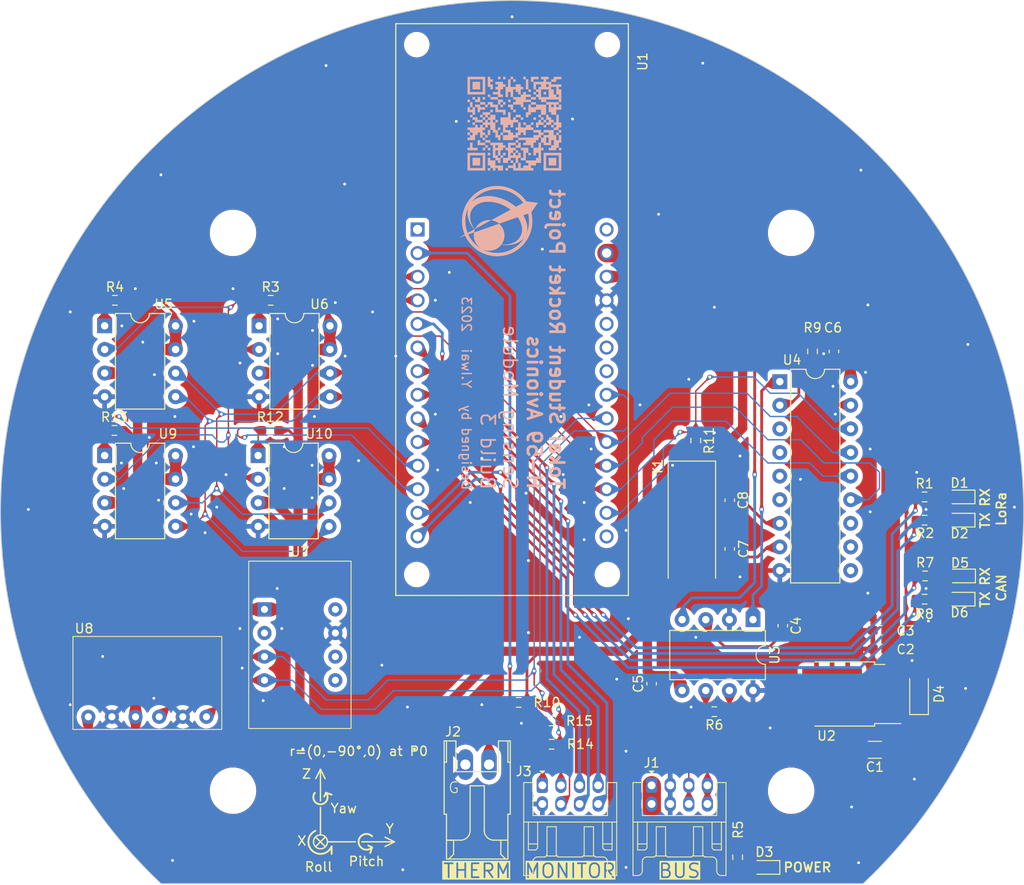
<source format=kicad_pcb>
(kicad_pcb (version 20221018) (generator pcbnew)
  (layers (0 "F.Cu" signal) (31 "B.Cu" signal) (34 "B.Paste" user) (35 "F.Paste" user) (36 "B.SilkS" user "B.Silkscreen") (37 "F.SilkS" user "F.Silkscreen") (38 "B.Mask" user) (39 "F.Mask" user) (44 "Edge.Cuts" user))
  (net 0 "")
  (net 1 "+12V")
  (net 2 "GND")
  (net 3 "+5V")
  (net 4 "+3.3V")
  (net 5 "OSC1")
  (net 6 "OSC2")
  (net 7 "Net-(D1-A)")
  (net 8 "Net-(D6-A)")
  (net 9 "CAN_L")
  (net 10 "CAN_H")
  (net 11 "VREF_THERMISTOR")
  (net 12 "SPI_CS_FRAM1")
  (net 13 "SPI_CS_FRAM0")
  (net 14 "LORA_RECEIVE_STATUS")
  (net 15 "LORA_SEND_STATUS")
  (net 16 "CAN_RECEIVE_STATUS")
  (net 17 "CAN_SEND_STATUS")
  (net 19 "SPI_CS_FRAM3")
  (net 20 "SPI_CS_FRAM2")
  (net 21 "SPI_MOSI")
  (net 22 "SPI_SCLK")
  (net 23 "SPI_MISO")
  (net 28 "CAN_TX")
  (net 29 "CAN_RX")
  (net 30 "SPI_CS_MCP")
  (net 31 "I2C_SDA")
  (net 32 "I2C_SCK")
  (net 36 "Net-(D2-A)")
  (net 37 "Net-(D3-A)")
  (net 38 "Net-(D5-A)")
  (net 39 "Net-(U4-~RESET)")
  (net 48 "VREF_T1")
  (net 49 "VREF_T2")
  (net 50 "VREF_T3")
  (net 51 "VREF_T4")
  (footprint "LED_SMD:LED_0603_1608Metric_Pad1.05x0.95mm_HandSolder" (layer "F.Cu") (at 209.85 103.9 180)
    (fp_text reference "D1")
    (fp_text value "B")
  )
  (footprint "Resistor_SMD:R_0603_1608Metric_Pad0.98x0.95mm_HandSolder" (layer "F.Cu") (at 206.1 103.9)
    (fp_text reference "R1")
    (fp_text value "680R")
  )
  (footprint "Package_TO_SOT_SMD:TO-252-2" (layer "F.Cu") (at 197.41 125.1 180)
    (fp_text reference "U2")
    (fp_text value "NJM7805SDL1")
  )
  (footprint "Resistor_SMD:R_0603_1608Metric_Pad0.98x0.95mm_HandSolder" (layer "F.Cu") (at 135.8 82.75)
    (fp_text reference "R3")
    (fp_text value "4.7kR")
  )
  (footprint "Resistor_SMD:R_0603_1608Metric_Pad0.98x0.95mm_HandSolder" (layer "F.Cu") (at 119 96.75)
    (fp_text reference "R13")
    (fp_text value "4.7kR")
  )
  (footprint "Resistor_SMD:R_0603_1608Metric_Pad0.98x0.95mm_HandSolder" (layer "F.Cu") (at 206.15 112.4)
    (fp_text reference "R7")
    (fp_text value "680R")
  )
  (footprint "Akizuki_BME280_Module:BME280" (layer "F.Cu") (at 114.54 118.91)
    (fp_text reference "U8")
    (fp_text value "BME280")
  )
  (footprint "LED_SMD:LED_0603_1608Metric_Pad1.05x0.95mm_HandSolder" (layer "F.Cu") (at 188.875 143.75 180)
    (fp_text reference "D3")
    (fp_text value "R")
  )
  (footprint "ABX00012:ARDUINO_ABX00012" (layer "F.Cu") (at 149.25 53 -90)
    (fp_text reference "U1")
    (fp_text value "Arduino MKR WAN 1310")
  )
  (footprint "Crystal:Crystal_SMD_HC49-SD" (layer "F.Cu") (at 181.08 106.75 -90)
    (fp_text reference "Y1")
    (fp_text value "8MHz")
  )
  (footprint "Resistor_SMD:R_0603_1608Metric_Pad0.98x0.95mm_HandSolder" (layer "F.Cu") (at 119.05 82.75)
    (fp_text reference "R4")
    (fp_text value "4.7kR")
  )
  (footprint "Resistor_SMD:R_0603_1608Metric_Pad0.98x0.95mm_HandSolder" (layer "F.Cu") (at 135.75 96.75)
    (fp_text reference "R12")
    (fp_text value "4.7kR")
  )
  (footprint "Capacitor_SMD:C_1206_3216Metric_Pad1.33x1.80mm_HandSolder" (layer "F.Cu") (at 200.75 131.1 180)
    (fp_text reference "C1")
    (fp_text value "10uF")
  )
  (footprint "LED_SMD:LED_0603_1608Metric_Pad1.05x0.95mm_HandSolder" (layer "F.Cu") (at 209.9 112.4 180)
    (fp_text reference "D5")
    (fp_text value "B")
  )
  (footprint "Package_DIP:DIP-8_W7.62mm" (layer "F.Cu") (at 117.95 99.45)
    (fp_text reference "U9")
    (fp_text value "MB85RS2MT")
  )
  (footprint "Capacitor_SMD:C_0603_1608Metric_Pad1.08x0.95mm_HandSolder" (layer "F.Cu") (at 185.15 104.25 -90)
    (fp_text reference "C8")
    (fp_text value "15pF")
  )
  (footprint "Capacitor_SMD:C_0603_1608Metric_Pad1.08x0.95mm_HandSolder" (layer "F.Cu") (at 201.3875 120.25 180)
    (fp_text reference "C2")
    (fp_text value "2.2uF")
  )
  (footprint "LED_SMD:LED_0603_1608Metric_Pad1.05x0.95mm_HandSolder" (layer "F.Cu") (at 209.85 106.4 180)
    (fp_text reference "D2")
    (fp_text value "B")
  )
  (footprint "Resistor_SMD:R_0603_1608Metric_Pad0.98x0.95mm_HandSolder" (layer "F.Cu") (at 206.1 106.4)
    (fp_text reference "R2")
    (fp_text value "680R")
  )
  (footprint "Resistor_SMD:R_0603_1608Metric_Pad0.98x0.95mm_HandSolder" (layer "F.Cu") (at 206.1 114.9)
    (fp_text reference "R8")
    (fp_text value "680R")
  )
  (footprint "Resistor_SMD:R_0603_1608Metric_Pad0.98x0.95mm_HandSolder" (layer "F.Cu") (at 183.4925 127 180)
    (fp_text reference "R6")
    (fp_text value "120R")
  )
  (footprint "Package_DIP:DIP-8_W7.62mm" (layer "F.Cu") (at 134.45 99.45)
    (fp_text reference "U10")
    (fp_text value "MB85RS2MT")
  )
  (footprint "Capacitor_SMD:C_0603_1608Metric_Pad1.08x0.95mm_HandSolder" (layer "F.Cu") (at 176.75 124 90)
    (fp_text reference "C5")
    (fp_text value "0.1uF")
  )
  (footprint "MountingHole:MountingHole_4.5mm" (layer "F.Cu") (at 131.75 135.5)
    (fp_text reference "REF**" hide)
    (fp_text value "MountingHole_4.5mm" hide)
  )
  (footprint "Hirose_Connector:Hirose_DF1B" (layer "F.Cu") (at 156.73 132.69)
    (fp_text reference "J2")
    (fp_text value "TERMISTOR")
  )
  (footprint "MountingHole:MountingHole_4.5mm" (layer "F.Cu") (at 191.75 75.5)
    (fp_text reference "REF**" hide)
    (fp_text value "MountingHole_4.5mm" hide)
  )
  (footprint "Package_DIP:DIP-18_W7.62mm" (layer "F.Cu") (at 190.53 91.5)
    (fp_text reference "U4")
    (fp_text value "MCP2515-I/P")
  )
  (footprint "Hirose_Connector:Hirose_DF11B-8DP-2DS" (layer "F.Cu") (at 176.75 134.925)
    (fp_text reference "J1")
    (fp_text value "BUS")
  )
  (footprint "Package_DIP:DIP-8_W7.62mm" (layer "F.Cu") (at 187.65 117.1 -90)
    (fp_text reference "U3")
    (fp_text value "MCP2562-E-P")
  )
  (footprint "Resistor_SMD:R_0603_1608Metric_Pad0.98x0.95mm_HandSolder" (layer "F.Cu") (at 166 130.5 180)
    (fp_text reference "R14")
    (fp_text value "4.7kR")
  )
  (footprint "Capacitor_SMD:C_0603_1608Metric_Pad1.08x0.95mm_HandSolder" (layer "F.Cu") (at 201.3875 118.25 180)
    (fp_text reference "C3")
    (fp_text value "0.1uF" hide)
  )
  (footprint "Resistor_SMD:R_0603_1608Metric_Pad0.98x0.95mm_HandSolder" (layer "F.Cu") (at 181.5 97.8375 -90)
    (fp_text reference "R11")
    (fp_text value "4.7kR")
  )
  (footprint "LED_SMD:LED_0603_1608Metric_Pad1.05x0.95mm_HandSolder" (layer "F.Cu") (at 209.85 114.9 180)
    (fp_text reference "D6")
    (fp_text value "B")
  )
  (footprint "Capacitor_SMD:C_0603_1608Metric_Pad1.08x0.95mm_HandSolder" (layer "F.Cu") (at 196.35 88.25 90)
    (fp_text reference "C6")
    (fp_text value "0.1uF")
  )
  (footprint "Hirose_Connector:Hirose_DF11B-8DP-2DS" (layer "F.Cu") (at 165 134.925)
    (fp_text reference "J3")
    (fp_text value "MONITOR")
  )
  (footprint "Resistor_SMD:R_0603_1608Metric_Pad0.98x0.95mm_HandSolder" (layer "F.Cu") (at 194.05 88.25 -90)
    (fp_text reference "R9")
    (fp_text value "10kR")
  )
  (footprint "Package_DIP:DIP-8_W7.62mm" (layer "F.Cu") (at 117.95 85.5)
    (fp_text reference "U5")
    (fp_text value "MB85RS2MT")
  )
  (footprint "Akizuki_BNO055_Module:BNO055" (layer "F.Cu") (at 138.94 110.94)
    (fp_text reference "U7")
    (fp_text value "BNO055")
  )
  (footprint "Capacitor_SMD:C_0603_1608Metric_Pad1.08x0.95mm_HandSolder" (layer "F.Cu") (at 190.85 117.75 -90)
    (fp_text reference "C4")
    (fp_text value "0.1uF")
  )
  (footprint "Package_DIP:DIP-8_W7.62mm" (layer "F.Cu") (at 134.55 85.5)
    (fp_text reference "U6")
    (fp_text value "MB85RS2MT")
  )
  (footprint "MountingHole:MountingHole_4.5mm" (layer "F.Cu") (at 191.75 135.5)
    (fp_text reference "REF**" hide)
    (fp_text value "MountingHole_4.5mm" hide)
  )
  (footprint "Resistor_SMD:R_0603_1608Metric_Pad0.98x0.95mm_HandSolder" (layer "F.Cu") (at 162.4625 126 180)
    (fp_text reference "R10")
    (fp_text value "10kR")
  )
  (footprint "Resistor_SMD:R_0603_1608Metric_Pad0.98x0.95mm_HandSolder" (layer "F.Cu") (at 166 128 180)
    (fp_text reference "R15")
    (fp_text value "4.7kR")
  )
  (footprint "Resistor_SMD:R_0603_1608Metric_Pad0.98x0.95mm_HandSolder" (layer "F.Cu") (at 186 142.6625 -90)
    (fp_text reference "R5")
    (fp_text value "2.4kR")
  )
  (footprint "Diode_SMD:D_SOD-123F" (layer "F.Cu") (at 205.5 125.1 90)
    (fp_text reference "D4")
    (fp_text value "GS1010FL")
  )
  (footprint "MountingHole:MountingHole_4.5mm" (layer "F.Cu") (at 131.75 75.5)
    (fp_text reference "REF**" hide)
    (fp_text value "MountingHole_4.5mm" hide)
  )
  (footprint "Capacitor_SMD:C_0603_1608Metric_Pad1.08x0.95mm_HandSolder" (layer "F.Cu") (at 185.15 109.5 90)
    (fp_text reference "C7")
    (fp_text value "15pF")
  )
  (footprint "LOGO" (layer "B.Cu") (at 162 63.75)
    (fp_text reference "G***" hide)
    (fp_text value "LOGO" hide)
  )
  (footprint "LOGO" (layer "B.Cu") (at 160.25 74.25 90)
    (fp_text reference "G***" hide)
    (fp_text value "LOGO" hide)
  )
  (gr_arc (start 146.698528 141.6) (mid 145.25 141) (end 146.698528 140.4) (stroke (width 0.2)) (layer "F.SilkS"))
  (gr_line (start 141.65 140.5) (end 140.65 141.5) (stroke (width 0.153)) (layer "F.SilkS"))
  (gr_line (start 141.15 140.25) (end 141.15 137.3) (stroke (width 0.153)) (layer "F.SilkS"))
  (gr_line (start 141.75 135.725) (end 141.55 136.125) (stroke (width 0.2)) (layer "F.SilkS"))
  (gr_arc (start 141.75 135.725) (mid 141.15 136.965261) (end 140.55 135.725) (stroke (width 0.2)) (layer "F.SilkS"))
  (gr_line (start 146.498528 142.2) (end 146.698528 141.6) (stroke (width 0.2)) (layer "F.SilkS"))
  (gr_circle (center 141.15 141) (end 141.9 141) (stroke (width 0.153)) (fill none) (layer "F.SilkS"))
  (gr_arc (start 142.35 141.5) (mid 140.247709 141.935259) (end 140.604635 139.81827) (stroke (width 0.2)) (layer "F.SilkS"))
  (gr_line (start 141.15 133.2) (end 141.65 134.2) (stroke (width 0.153)) (layer "F.SilkS"))
  (gr_line (start 149.098528 141) (end 148.098528 141.5) (stroke (width 0.153)) (layer "F.SilkS"))
  (gr_line (start 149.098528 141) (end 148.098528 140.5) (stroke (width 0.153)) (layer "F.SilkS"))
  (gr_line (start 142.35 141.5) (end 142.35 142.3) (stroke (width 0.2)) (layer "F.SilkS"))
  (gr_line (start 141.9 141) (end 144.901472 141) (stroke (width 0.153)) (layer "F.SilkS"))
  (gr_line (start 141.15 136.6) (end 141.15 133.2) (stroke (width 0.153)) (layer "F.SilkS"))
  (gr_line (start 146.298528 141.4) (end 146.698528 141.6) (stroke (width 0.2)) (layer "F.SilkS"))
  (gr_line (start 141.75 135.725) (end 142.35 135.925) (stroke (width 0.2)) (layer "F.SilkS"))
  (gr_line (start 140.65 140.5) (end 141.65 141.5) (stroke (width 0.153)) (layer "F.SilkS"))
  (gr_line (start 141.15 133.2) (end 140.65 134.2) (stroke (width 0.153)) (layer "F.SilkS"))
  (gr_line (start 145.598528 141) (end 149.098528 141) (stroke (width 0.153)) (layer "F.SilkS"))
  (gr_line locked (start 199.5 145.5) (end 124 145.5) (stroke (width 0.1)) (layer "Edge.Cuts"))
  (gr_arc locked (start 124 145.5) (mid 161.75 50.499432) (end 199.5 145.5) (stroke (width 0.1)) (layer "Edge.Cuts"))
  (gr_text "Designed by 　Y.Iwai 　2023" (at 156.25 103.25 270) (layer "B.SilkS") (effects (font (size 1 1) (thickness 0.153)) (justify left bottom mirror)))
  (gr_text "Sensing Module\nBuild 3" (at 158.25 103.25 270) (layer "B.SilkS") (effects (font (size 1.5 1.5) (thickness 0.1875)) (justify left bottom mirror)))
  (gr_text "Tokai Student Rocket Poject\nH-59 Avionics" (at 163.25 103.25 270) (layer "B.SilkS") (effects (font (size 1.5 1.5) (thickness 0.3) bold) (justify left bottom mirror)))
  (gr_text "Z" (at 139.65 133.7) (layer "F.SilkS") (effects (font (size 1 1) (thickness 0.154))))
  (gr_text "THERM" (at 158 145) (layer "F.SilkS" knockout) (effects (font (size 1.5 1.5) (thickness 0.1875)) (justify bottom)))
  (gr_text "Pitch" (at 146.098528 143.1) (layer "F.SilkS") (effects (font (size 1 1) (thickness 0.153))))
  (gr_text "RX" (at 212.6 103.95 90) (layer "F.SilkS") (effects (font (size 1 1) (thickness 0.1875))))
  (gr_text "Roll" (at 140.95 143.7) (layer "F.SilkS") (effects (font (size 1 1) (thickness 0.153))))
  (gr_text "LoRa" (at 214.35 105.185 90) (layer "F.SilkS") (effects (font (size 1 1) (thickness 0.1875))))
  (gr_text "Yaw" (at 143.65 137.4) (layer "F.SilkS") (effects (font (size 1 1) (thickness 0.153))))
  (gr_text "Y" (at 148.598528 139.6) (layer "F.SilkS") (effects (font (size 1 1) (thickness 0.153))))
  (gr_text "RX" (at 212.6 112.45 90) (layer "F.SilkS") (effects (font (size 1 1) (thickness 0.1875))))
  (gr_text "r=(0,-90°,0) at P0" (at 145.25 131.25) (layer "F.SilkS") (effects (font (size 1 1) (thickness 0.153))))
  (gr_text "BUS" (at 179.75 145) (layer "F.SilkS" knockout) (effects (font (size 1.5 1.5) (thickness 0.1875)) (justify bottom)))
  (gr_text "TX" (at 212.6 106.45 90) (layer "F.SilkS") (effects (font (size 1 1) (thickness 0.1875))))
  (gr_text "MONITOR" (at 168 145) (layer "F.SilkS" knockout) (effects (font (size 1.5 1.5) (thickness 0.1875)) (justify bottom)))
  (gr_text "TX" (at 212.6 114.95 90) (layer "F.SilkS") (effects (font (size 1 1) (thickness 0.1875))))
  (gr_text "POWER" (at 193.5 143.75) (layer "F.SilkS") (effects (font (size 1 1) (thickness 0.1875))))
  (gr_text "CAN" (at 214.35 113.685 90) (layer "F.SilkS") (effects (font (size 1 1) (thickness 0.1875))))
  (gr_text "X" (at 139.15 140.9) (layer "F.SilkS") (effects (font (size 1 1) (thickness 0.153))))
  (segment (start 203.33 126.5) (end 205.5 126.5) (width 2) (layer "F.Cu") (net 1))
  (segment (start 202.4375 127.3925) (end 202.45 127.38) (width 2) (layer "F.Cu") (net 1))
  (segment (start 202.45 127.38) (end 203.33 126.5) (width 2) (layer "F.Cu") (net 1))
  (segment (start 179.625 141.75) (end 197.25 141.75) (width 2) (layer "F.Cu") (net 1))
  (segment (start 176.75 138.875) (end 179.625 141.75) (width 2) (layer "F.Cu") (net 1))
  (segment (start 197.25 141.75) (end 202.4375 136.5625) (width 2) (layer "F.Cu") (net 1))
  (segment (start 202.4375 136.5625) (end 202.4375 127.3925) (width 2) (layer "F.Cu") (net 1))
  (segment (start 176.75 134.925) (end 176.75 138.875) (width 2) (layer "F.Cu") (net 1))
  (via (at 196.25 92) (size 0.5) (drill 0.3) (layers "F.Cu" "B.Cu") (net 2))
  (via (at 136.5 113.75) (size 0.5) (drill 0.3) (layers "F.Cu" "B.Cu") (net 2))
  (via (at 131 101.5) (size 0.5) (drill 0.3) (layers "F.Cu" "B.Cu") (net 2))
  (via (at 174.25 117) (size 0.5) (drill 0.3) (layers "F.Cu" "B.Cu") (net 2))
  (via (at 142.75 83) (size 0.5) (drill 0.3) (layers "F.Cu" "B.Cu") (net 2))
  (via (at 122.75 97.5) (size 0.5) (drill 0.3) (layers "F.Cu" "B.Cu") (net 2))
  (via (at 183.5 97) (size 0.5) (drill 0.3) (layers "F.Cu" "B.Cu") (net 2))
  (via (at 198.25 137.25) (size 0.5) (drill 0.3) (layers "F.Cu" "B.Cu") (net 2))
  (via (at 146.75 84) (size 0.5) (drill 0.3) (layers "F.Cu" "B.Cu") (net 2))
  (via (at 195.25 88.5) (size 0.5) (drill 0.3) (layers "F.Cu" "B.Cu") (net 2))
  (via (at 151.25 131) (size 0.5) (drill 0.3) (layers "F.Cu" "B.Cu") (net 2))
  (via (at 153.75 101) (size 0.5) (drill 0.3) (layers "F.Cu" "B.Cu") (net 2))
  (via (at 114.25 84) (size 0.5) (drill 0.3) (layers "F.Cu" "B.Cu") (net 2))
  (via (at 155 79.75) (size 0.5) (drill 0.3) (layers "F.Cu" "B.Cu") (net 2))
  (via (at 168.25 63.25) (size 0.5) (drill 0.3) (layers "F.Cu" "B.Cu") (net 2))
  (via (at 119.8 85.5) (size 0.5) (drill 0.3) (layers "F.Cu" "B.Cu") (net 2))
  (via (at 140.3 86) (size 0.5) (drill 0.3) (layers "F.Cu" "B.Cu") (net 2))
  (via (at 136.55 84.75) (size 0.5) (drill 0.3) (layers "F.Cu" "B.Cu") (net 2))
  (via (at 122.05 87.25) (size 0.5) (drill 0.3) (layers "F.Cu" "B.Cu") (net 2))
  (via (at 163.5 118.5) (size 0.5) (drill 0.3) (layers "F.Cu" "B.Cu") (net 2))
  (via (at 206.25 105.25) (size 0.5) (drill 0.3) (layers "F.Cu" "B.Cu") (net 2))
  (via (at 140.25 100.5) (size 0.5) (drill 0.3) (layers "F.Cu" "B.Cu") (net 2))
  (via (at 215.75 105) (size 0.5) (drill 0.3) (layers "F.Cu" "B.Cu") (net 2))
  (via (at 120 103) (size 0.5) (drill 0.3) (layers "F.Cu" "B.Cu") (net 2))
  (via (at 125.25 143) (size 0.5) (drill 0.3) (layers "F.Cu" "B.Cu") (net 2))
  (via (at 177.5 73.5) (size 0.5) (drill 0.3) (layers "F.Cu" "B.Cu") (net 2))
  (via (at 158.5 99.75) (size 0.5) (drill 0.3) (layers "F.Cu" "B.Cu") (net 2))
  (via (at 167 95.25) (size 0.5) (drill 0.3) (layers "F.Cu" "B.Cu") (net 2))
  (via (at 143.8 88.75) (size 0.5) (drill 0.3) (layers "F.Cu" "B.Cu") (net 2))
  (via (at 145.25 100) (size 0.5) (drill 0.3) (layers "F.Cu" "B.Cu") (net 2))
  (via (at 163.5 110.75) (size 0.5) (drill 0.3) (layers "F.Cu" "B.Cu") (net 2))
  (via (at 179 100.5) (size 0.5) (drill 0.3) (layers "F.Cu" "B.Cu") (net 2))
  (via (at 200 114.25) (size 0.5) (drill 0.3) (layers "F.Cu" "B.Cu") (net 2))
  (via (at 141.75 57.5) (size 0.5) (drill 0.3) (layers "F.Cu" "B.Cu") (net 2))
  (via (at 130 105) (size 0.5) (drill 0.3) (layers "F.Cu" "B.Cu") (net 2))
  (via (at 161.75 52.25) (size 0.5) (drill 0.3) (layers "F.Cu" "B.Cu") (net 2))
  (via (at 174 131.25) (size 0.5) (drill 0.3) (layers "F.Cu" "B.Cu") (net 2))
  (via (at 162.75 128.25) (size 0.5) (drill 0.3) (layers "F.Cu" "B.Cu") (net 2))
  (via (at 140.5 95.25) (size 0.5) (drill 0.3) (layers "F.Cu" "B.Cu") (net 2))
  (via (at 186.25 112.5) (size 0.5) (drill 0.3) (layers "F.Cu" "B.Cu") (net 2))
  (via (at 127.5 98.5) (size 0.5) (drill 0.3) (layers "F.Cu" "B.Cu") (net 2))
  (via (at 109.75 105.25) (size 0.5) (drill 0.3) (layers "F.Cu" "B.Cu") (net 2))
  (via (at 210.5 124.5) (size 0.5) (drill 0.3) (layers "F.Cu" "B.Cu") (net 2))
  (via (at 125.5 95.25) (size 0.5) (drill 0.3) (layers "F.Cu" "B.Cu") (net 2))
  (via (at 204.75 121.5) (size 0.5) (drill 0.3) (layers "F.Cu" "B.Cu") (net 2))
  (via (at 169.5 108.5) (size 0.5) (drill 0.3) (layers "F.Cu" "B.Cu") (net 2))
  (via (at 174 143.75) (size 0.5) (drill 0.3) (layers "F.Cu" "B.Cu") (net 2))
  (via (at 200.25 105.5) (size 0.5) (drill 0.3) (layers "F.Cu" "B.Cu") (net 2))
  (via (at 182.25 57.25) (size 0.5) (drill 0.3) (layers "F.Cu" "B.Cu") (net 2))
  (via (at 189.5 128.75) (size 0.5) (drill 0.3) (layers "F.Cu" "B.Cu") (net 2))
  (via (at 186.25 99.5) (size 0.5) (drill 0.3) (layers "F.Cu" "B.Cu") (net 2))
  (via (at 127.25 105.75) (size 0.5) (drill 0.3) (layers "F.Cu" "B.Cu") (net 2))
  (via (at 183.5 83.5) (size 0.5) (drill 0.3) (layers "F.Cu" "B.Cu") (net 2))
  (via (at 150 144) (size 0.5) (drill 0.3) (layers "F.Cu" "B.Cu") (net 2))
  (via (at 149.25 88.75) (size 0.5) (drill 0.3) (layers "F.Cu" "B.Cu") (net 2))
  (via (at 163.25 103.5) (size 0.5) (drill 0.3) (layers "F.Cu" "B.Cu") (net 2))
  (via (at 137.25 103) (size 0.5) (drill 0.3) (layers "F.Cu" "B.Cu") (net 2))
  (via (at 205 134.25) (size 0.5) (drill 0.3) (layers "F.Cu" "B.Cu") (net 2))
  (via (at 124 69.25) (size 0.5) (drill 0.3) (layers "F.Cu" "B.Cu") (net 2))
  (via (at 134.99 125.81) (size 0.5) (drill 0.3) (layers "F.Cu" "B.Cu") (net 2))
  (via (at 169 119) (size 0.5) (drill 0.3) (layers "F.Cu" "B.Cu") (net 2))
  (via (at 123.5 100.25) (size 0.5) (drill 0.3) (layers "F.Cu" "B.Cu") (net 2))
  (via (at 155.75 63.5) (size 0.5) (drill 0.3) (layers "F.Cu" "B.Cu") (net 2))
  (via (at 114.25 126.25) (size 0.5) (drill 0.3) (layers "F.Cu" "B.Cu") (net 2))
  (via (at 181 126.5) (size 0.5) (drill 0.3) (layers "F.Cu" "B.Cu") (net 2))
  (via (at 136.99 118.06) (size 0.5) (drill 0.3) (layers "F.Cu" "B.Cu") (net 2))
  (via (at 150.5 126.5) (size 0.5) (drill 0.3) (layers "F.Cu" "B.Cu") (net 2))
  (via (at 139.25 131) (size 0.5) (drill 0.3) (layers "F.Cu" "B.Cu") (net 2))
  (via (at 200 83.25) (size 0.5) (drill 0.3) (layers "F.Cu" "B.Cu") (net 2))
  (via (at 127.55 85) (size 0.5) (drill 0.3) (layers "F.Cu" "B.Cu") (net 2))
  (via (at 128.75 107.75) (size 0.5) (drill 0.3) (layers "F.Cu" "B.Cu") (net 2))
  (via (at 210.75 87.5) (size 0.5) (drill 0.3) (layers "F.Cu" "B.Cu") (net 2))
  (via (at 206.25 113.75) (size 0.5) (drill 0.3) (layers "F.Cu" "B.Cu") (net 2))
  (via (at 143.75 70.25) (size 0.5) (drill 0.3) (layers "F.Cu" "B.Cu") (net 2))
  (via (at 140.25 104) (size 0.5) (drill 0.3) (layers "F.Cu" "B.Cu") (net 2))
  (via (at 117.74 121.06) (size 0.5) (drill 0.3) (layers "F.Cu" "B.Cu") (net 2))
  (via (at 180.75 91.25) (size 0.5) (drill 0.3) (layers "F.Cu" "B.Cu") (net 2))
  (via (at 173 123.5) (size 0.5) (drill 0.3) (layers "F.Cu" "B.Cu") (net 2))
  (via (at 170 94) (size 0.5) (drill 0.3) (layers "F.Cu" "B.Cu") (net 2))
  (via (at 123.3 90.75) (size 0.5) (drill 0.3) (layers "F.Cu" "B.Cu") (net 2))
  (via (at 199 143.25) (size 0.5) (drill 0.3) (layers "F.Cu" "B.Cu") (net 2))
  (via (at 153.5 82.75) (size 0.5) (drill 0.3) (layers "F.Cu" "B.Cu") (net 2))
  (via (at 205.25 101.25) (size 0.5) (drill 0.3) (layers "F.Cu" "B.Cu") (net 2))
  (via (at 181.5 119) (size 0.5) (drill 0.3) (layers "F.Cu" "B.Cu") (net 2))
  (via (at 199.75 90.5) (size 0.5) (drill 0.3) (layers "F.Cu" "B.Cu") (net 2))
  (via (at 165 77.25) (size 0.5) (drill 0.3) (layers "F.Cu" "B.Cu") (net 2))
  (via (at 206.5 117.25) (size 0.5) (drill 0.3) (layers "F.Cu" "B.Cu") (net 2))
  (via (at 192.75 102) (size 0.5) (drill 0.3) (layers "F.Cu" "B.Cu") (net 2))
  (via (at 119.75 100.25) (size 0.5) (drill 0.3) (layers "F.Cu" "B.Cu") (net 2))
  (via (at 121.25 81.5) (size 0.5) (drill 0.3) (layers "F.Cu" "B.Cu") (net 2))
  (via (at 147.75 122) (size 0.5) (drill 0.3) (layers "F.Cu" "B.Cu") (net 2))
  (via (at 123.24 125.56) (size 0.5) (drill 0.3) (layers "F.Cu" "B.Cu") (net 2))
  (via (at 158.5 126.25) (size 0.5) (drill 0.3) (layers "F.Cu" "B.Cu") (net 2))
  (via (at 196.5 95) (size 0.5) (drill 0.3) (layers "F.Cu" "B.Cu") (net 2))
  (via (at 153.5 95) (size 0.5) (drill 0.3) (layers "F.Cu" "B.Cu") (net 2))
  (via (at 169.5 104.5) (size 0.5) (drill 0.3) (layers "F.Cu" "B.Cu") (net 2))
  (via (at 132.5 89.5) (size 0.5) (drill 0.3) (layers "F.Cu" "B.Cu") (net 2))
  (via (at 132.74 122.31) (size 0.5) (drill 0.3) (layers "F.Cu" "B.Cu") (net 2))
  (via (at 136.55 88.5) (size 0.5) (drill 0.3) (layers "F.Cu" "B.Cu") (net 2))
  (via (at 175.5 94) (size 0.5) (drill 0.3) (layers "F.Cu" "B.Cu") (net 2))
  (via (at 131.75 81.5) (size 0.5) (drill 0.3) (layers "F.Cu" "B.Cu") (net 2))
  (via (at 199.25 68.75) (size 0.5) (drill 0.3) (layers "F.Cu" "B.Cu") (net 2))
  (via (at 200.25 98.75) (size 0.5) (drill 0.3) (layers "F.Cu" "B.Cu") (net 2))
  (via (at 157.25 104.5) (size 0.5) (drill 0.3) (layers "F.Cu" "B.Cu") (net 2))
  (via (at 174 107.5) (size 0.5) (drill 0.3) (layers "F.Cu" "B.Cu") (net 2))
  (via (at 137.25 98.5) (size 0.5) (drill 0.3) (layers "F.Cu" "B.Cu") (net 2))
  (via (at 140.3 89.75) (size 0.5) (drill 0.3) (layers "F.Cu" "B.Cu") (net 2))
  (via (at 167.25 101.5) (size 0.5) (drill 0.3) (layers "F.Cu" "B.Cu") (net 2))
  (via (at 123.75 104.25) (size 0.5) (drill 0.3) (layers "F.Cu" "B.Cu") (net 2))
  (via (at 170.25 98.75) (size 0.5) (drill 0.3) (layers "F.Cu" "B.Cu") (net 2))
  (via (at 132.49 118.06) (size 0.5) (drill 0.3) (layers "F.Cu" "B.Cu") (net 2))
  (segment (start 197.2175 118.6125) (end 190.83 118.6125) (width 0.3) (layer "F.Cu") (net 3))
  (segment (start 201.03 115.75) (end 202.45 117.17) (width 0.3) (layer "F.Cu") (net 3))
  (segment (start 185.1748 77.6748) (end 171.91 77.6748) (width 2) (layer "F.Cu") (net 3))
  (segment (start 182.55 117.1) (end 182.55 117.97) (width 0.3) (layer "F.Cu") (net 3))
  (segment (start 202.45 89.95) (end 197.75 85.25) (width 2) (layer "F.Cu") (net 3))
  (segment (start 200.08 115.75) (end 197.2175 118.6125) (width 0.3) (layer "F.Cu") (net 3))
  (segment (start 202.45 117.17) (end 202.45 117.7) (width 0.3) (layer "F.Cu") (net 3))
  (segment (start 201.03 115.75) (end 200.08 115.75) (width 0.3) (layer "F.Cu") (net 3))
  (segment (start 189.4425 120) (end 190.83 118.6125) (width 0.3) (layer "F.Cu") (net 3))
  (segment (start 205.5 123.7) (end 203.33 123.7) (width 2) (layer "F.Cu") (net 3))
  (segment (start 197.75 85.25) (end 192.75 85.25) (width 2) (layer "F.Cu") (net 3))
  (segment (start 202.45 117.7) (end 202.45 89.95) (width 2) (layer "F.Cu") (net 3))
  (segment (start 192.75 85.25) (end 185.1748 77.6748) (width 2) (layer "F.Cu") (net 3))
  (segment (start 182.55 117.97) (end 184.58 120) (width 0.3) (layer "F.Cu") (net 3))
  (segment (start 184.58 120) (end 189.4425 120) (width 0.3) (layer "F.Cu") (net 3))
  (segment (start 203.33 123.7) (end 202.45 122.82) (width 2) (layer "F.Cu") (net 3))
  (segment (start 202.45 122.82) (end 202.45 117.7) (width 2) (layer "F.Cu") (net 3))
  (segment (start 165.0875 128) (end 164.0875 127) (width 0.25) (layer "F.Cu") (net 4))
  (segment (start 176.29 100.9852) (end 176.29 117.75) (width 1) (layer "F.Cu") (net 4))
  (segment (start 178.54 98.7352) (end 176.29 100.9852) (width 1) (layer "F.Cu") (net 4))
  (segment (start 125.57 88.04) (end 123.71 88.04) (width 1) (layer "F.Cu") (net 4))
  (segment (start 116.19 129.06) (end 116.19 127.551) (width 1) (layer "F.Cu") (net 4))
  (segment (start 138.75 117.37) (end 138.94 117.56) (width 1) (layer "F.Cu") (net 4))
  (segment (start 125.57 85.5) (end 125.57 88.04) (width 1) (layer "F.Cu") (net 4))
  (segment (start 135.13 116) (end 126.25 116) (width 1) (layer "F.Cu") (net 4))
  (segment (start 117.95 90.58) (end 119.83 90.58) (width 1) (layer "F.Cu") (net 4))
  (segment (start 140.235 88.04) (end 138.75 89.525) (width 1) (layer "F.Cu") (net 4))
  (segment (start 121.5 97.75) (end 121.5 103.75) (width 1) (layer "F.Cu") (net 4))
  (segment (start 136.6625 96.75) (end 137.75 96.75) (width 0.3) (layer "F.Cu") (net 4))
  (segment (start 124.05 82.75) (end 125.57 84.27) (width 0.25) (layer "F.Cu") (net 4))
  (segment (start 138.94 117.56) (end 138.94 127.19) (width 1) (layer "F.Cu") (net 4))
  (segment (start 137.38 116) (end 138.94 117.56) (width 1) (layer "F.Cu") (net 4))
  (segment (start 140.5 128.75) (end 152.25 128.75) (width 1) (layer "F.Cu") (net 4))
  (segment (start 120.5 96.75) (end 121.5 97.75) (width 0.3) (layer "F.Cu") (net 4))
  (segment (start 124.63 116) (end 126.25 116) (width 1) (layer "F.Cu") (net 4))
  (segment (start 142.07 99.45) (end 142.07 101.99) (width 1) (layer "F.Cu") (net 4))
  (segment (start 140.26 101.99) (end 138.75 103.5) (width 1) (layer "F.Cu") (net 4))
  (segment (start 142.17 88.04) (end 140.235 88.04) (width 1) (layer "F.Cu") (net 4))
  (segment (start 136.28 104.53) (end 138.75 107) (width 1) (layer "F.Cu") (net 4))
  (segment (start 198.11 88.5552) (end 196.79 87.2352) (width 1) (layer "F.Cu") (net 4))
  (segment (start 138.75 97.75) (end 138.75 103.5) (width 1) (layer "F.Cu") (net 4))
  (segment (start 119.83 90.58) (end 121.5 92.25) (width 1) (layer "F.Cu") (net 4))
  (segment (start 180.03 123.9752) (end 180.03 124.72) (width 1) (layer "F.Cu") (net 4))
  (segment (start 120.03 104.53) (end 121.5 106) (width 1) (layer "F.Cu") (net 4))
  (segment (start 138.94 127.19) (end 140.5 128.75) (width 1) (layer "F.Cu") (net 4))
  (segment (start 138.75 89.525) (end 138.75 92.25) (width 1) (layer "F.Cu") (net 4))
  (segment (start 125.57 84.27) (end 125.57 85.5) (width 0.25) (layer "F.Cu") (net 4))
  (segment (start 198.11 91.56) (end 198.11 88.5552) (width 1) (layer "F.Cu") (net 4))
  (segment (start 121.5 106) (end 121.5 112.87) (width 1) (layer "F.Cu") (net 4))
  (segment (start 142.07 101.99) (end 140.26 101.99) (width 1) (layer "F.Cu") (net 4))
  (segment (start 171.9248 80.2) (end 184.7548 80.2) (width 1) (layer "F.Cu") (net 4))
  (segment (start 123.26 101.99) (end 121.5 103.75) (width 1) (layer "F.Cu") (net 4))
  (segment (start 138.75 106.5) (end 138.75 117.37) (width 1) (layer "F.Cu") (net 4))
  (segment (start 121.5 112.87) (end 124.63 116) (width 1) (layer "F.Cu") (net 4))
  (segment (start 176.79 123.1227) (end 179.1775 123.1227) (width 1) (layer "F.Cu") (net 4))
  (segment (start 142.17 85.5) (end 142.17 88.04) (width 1) (layer "F.Cu") (net 4))
  (segment (start 160.5 120.5) (end 165.35 120.5) (width 1) (layer "F.Cu") (net 4))
  (segment (start 164.75 120.5) (end 165.35 120.5) (width 0.3) (layer "F.Cu") (net 4))
  (segment (start 184.29 98.7352) (end 178.54 98.7352) (width 1) (layer "F.Cu") (net 4))
  (segment (start 138.75 103.5) (end 138.75 106.5) (width 1) (layer "F.Cu") (net 4))
  (segment (start 173.54 120.5) (end 176.29 117.75) (width 1) (layer "F.Cu") (net 4))
  (segment (start 121.27 120.98) (end 121.27 127.551) (width 1) (layer "F.Cu") (net 4))
  (segment (start 121.27 127.551) (end 121.27 128.98) (width 1) (layer "F.Cu") (net 4))
  (segment (start 140.55 82.75) (end 142.17 84.37) (width 0.25) (layer "F.Cu") (net 4))
  (segment (start 119.9625 82.75) (end 124.05 82.75) (width 0.25) (layer "F.Cu") (net 4))
  (segment (start 117.44 130.31) (end 116.19 129.06) (width 1) (layer "F.Cu") (net 4))
  (segment (start 126.25 116) (end 121.27 120.98) (width 1) (layer "F.Cu") (net 4))
  (segment (start 152.25 128.75) (end 160.5 120.5) (width 1) (layer "F.Cu") (net 4))
  (segment (start 121.5 90.25) (end 121.5 92.25) (width 1) (layer "F.Cu") (net 4))
  (segment (start 121.27 128.98) (end 119.94 130.31) (width 1) (layer "F.Cu") (net 4))
  (segment (start 196.79 87.2352) (end 191.79 87.2352) (width 1) (layer "F.Cu") (net 4))
  (segment (start 119.9125 96.75) (end 120.5 96.75) (width 0.3) (layer "F.Cu") (net 4))
  (segment (start 117.95 104.53) (end 120.03 104.53) (width 1) (layer "F.Cu") (net 4))
  (segment (start 163.35 121.9) (end 164.75 120.5) (width 0.3) (layer "F.Cu") (net 4))
  (segment (start 136.7125 82.75) (end 140.55 82.75) (width 0.25) (layer "F.Cu") (net 4))
  (segment (start 121.5 92.25) (end 121.5 97.75) (width 1) (layer "F.Cu") (net 4))
  (segment (start 165.0875 134.8375) (end 165.0875 128) (width 0.25) (layer "F.Cu") (net 4))
  (segment (start 186.54 81.9852) (end 186.165 81.6102) (width 1) (layer "F.Cu") (net 4))
  (segment (start 163.35 126.2625) (end 163.35 121.9) (width 0.3) (layer "F.Cu") (net 4))
  (segment (start 137.75 96.75) (end 138.75 97.75) (width 0.3) (layer "F.Cu") (net 4))
  (segment (start 184.7548 80.2) (end 186.165 81.6102) (width 1) (layer "F.Cu") (net 4))
  (segment (start 191.79 87.2352) (end 186.165 81.6102) (width 1) (layer "F.Cu") (net 4))
  (segment (start 125.57 101.99) (end 123.26 101.99) (width 1) (layer "F.Cu") (net 4))
  (segment (start 121.5 103.75) (end 121.5 106) (width 1) (layer "F.Cu") (net 4))
  (segment (start 119.94 130.31) (end 117.44 130.31) (width 1) (layer "F.Cu") (net 4))
  (segment (start 125.57 99.45) (end 125.57 101.99) (width 1) (layer "F.Cu") (net 4))
  (segment (start 134.55 90.58) (end 137.08 90.58) (width 1) (layer "F.Cu") (net 4))
  (segment (start 179.1775 123.1227) (end 180.03 123.9752) (width 1) (layer "F.Cu") (net 4))
  (segment (start 176.29 117.75) (end 176.29 122.6227) (width 1) (layer "F.Cu") (net 4))
  (segment (start 135.13 116) (end 137.38 116) (width 1) (layer "F.Cu") (net 4))
  (segment (start 164.0875 127) (end 163.35 126.2625) (width 0.3) (layer "F.Cu") (net 4))
  (segment (start 165.35 120.5) (end 173.54 120.5) (width 1) (layer "F.Cu") (net 4))
  (segment (start 186.54 81.9852) (end 186.54 96.4852) (width 1) (layer "F.Cu") (net 4))
  (segment (start 142.17 84.37) (end 142.17 85.5) (width 0.25) (layer "F.Cu") (net 4))
  (segment (start 138.75 92.25) (end 138.75 97.75) (width 1) (layer "F.Cu") (net 4))
  (segment (start 176.29 122.6227) (end 176.79 123.1227) (width 1) (layer "F.Cu") (net 4))
  (segment (start 123.71 88.04) (end 121.5 90.25) (width 1) (layer "F.Cu") (net 4))
  (segment (start 137.08 90.58) (end 138.75 92.25) (width 1) (layer "F.Cu") (net 4))
  (segment (start 186.54 96.4852) (end 184.29 98.7352) (width 1) (layer "F.Cu") (net 4))
  (segment (start 134.45 104.53) (end 136.28 104.53) (width 1) (layer "F.Cu") (net 4))
  (segment (start 189.22 109.28) (end 188.1375 110.3625) (width 0.3) (layer "F.Cu") (net 5))
  (segment (start 184.5125 111) (end 181.08 111) (width 0.3) (layer "F.Cu") (net 5))
  (segment (start 185.15 110.3625) (end 184.5125 111) (width 0.3) (layer "F.Cu") (net 5))
  (segment (start 188.1375 110.3625) (end 185.15 110.3625) (width 0.3) (layer "F.Cu") (net 5))
  (segment (start 190.53 109.28) (end 189.22 109.28) (width 0.3) (layer "F.Cu") (net 5))
  (segment (start 185.7175 103.3875) (end 189.07 106.74) (width 0.3) (layer "F.Cu") (net 6))
  (segment (start 185.15 103.3875) (end 184.2625 102.5) (width 0.25) (layer "F.Cu") (net 6))
  (segment (start 184.2625 102.5) (end 181.08 102.5) (width 0.25) (layer "F.Cu") (net 6))
  (segment (start 189.07 106.74) (end 190.53 106.74) (width 0.3) (layer "F.Cu") (net 6))
  (segment (start 207.0125 103.95) (end 208.975 103.95) (width 0.25) (layer "F.Cu") (net 7))
  (segment (start 208.975 114.95) (end 207.0125 114.95) (width 0.25) (layer "F.Cu") (net 8))
  (segment (start 180.75 131.25) (end 180.75 136.925) (width 0.15) (layer "F.Cu") (net 9))
  (segment (start 182.58 127) (end 182.58 129.42) (width 0.15) (layer "F.Cu") (net 9))
  (segment (start 182.57 124.74) (end 182.57 126.95) (width 0.15) (layer "F.Cu") (net 9))
  (segment (start 182.58 129.42) (end 180.75 131.25) (width 0.15) (layer "F.Cu") (net 9))
  (segment (start 182.75 134.925) (end 182.75 136.925) (width 0.15) (layer "F.Cu") (net 10))
  (segment (start 184.405 130.845) (end 182.75 132.5) (width 0.15) (layer "F.Cu") (net 10))
  (segment (start 185.11 126.295) (end 184.405 127) (width 0.15) (layer "F.Cu") (net 10))
  (segment (start 184.405 127) (end 184.405 130.845) (width 0.15) (layer "F.Cu") (net 10))
  (segment (start 185.11 124.72) (end 185.11 126.295) (width 0.15) (layer "F.Cu") (net 10))
  (segment (start 182.75 132.5) (end 182.75 134.925) (width 0.15) (layer "F.Cu") (net 10))
  (segment (start 161.52 122.1) (end 161.52 127.07) (width 0.3) (layer "F.Cu") (net 11))
  (segment (start 159.27 129.38) (end 159.27 132.69) (width 0.3) (layer "F.Cu") (net 11))
  (segment (start 161.52 127.13) (end 159.27 129.38) (width 0.3) (layer "F.Cu") (net 11))
  (via (at 161.52 122.1) (size 0.5) (drill 0.3) (layers "F.Cu" "B.Cu") (net 11))
  (segment (start 161.52 82.27) (end 156.9248 77.6748) (width 0.3) (layer "B.Cu") (net 11))
  (segment (start 156.9248 77.6748) (end 151.59 77.6748) (width 0.3) (layer "B.Cu") (net 11))
  (segment (start 161.52 122.1) (end 161.52 82.27) (width 0.3) (layer "B.Cu") (net 11))
  (segment (start 134.55 85.5) (end 134.55 83.0875) (width 0.15) (layer "F.Cu") (net 12))
  (segment (start 135.8875 81.75) (end 146 81.75) (width 0.15) (layer "F.Cu") (net 12))
  (segment (start 147.0048 82.7548) (end 151.59 82.7548) (width 0.15) (layer "F.Cu") (net 12))
  (segment (start 134.8875 82.75) (end 135.8875 81.75) (width 0.15) (layer "F.Cu") (net 12))
  (segment (start 146 81.75) (end 147.0048 82.7548) (width 0.15) (layer "F.Cu") (net 12))
  (segment (start 118.1375 82.75) (end 120.6727 80.2148) (width 0.15) (layer "F.Cu") (net 13))
  (segment (start 117.95 85.5) (end 117.95 82.9375) (width 0.15) (layer "F.Cu") (net 13))
  (segment (start 120.6727 80.2148) (end 151.59 80.2148) (width 0.15) (layer "F.Cu") (net 13))
  (segment (start 162.25 103) (end 162.25 104.25) (width 0.3) (layer "F.Cu") (net 14))
  (segment (start 160.5 101.25) (end 162.25 103) (width 0.3) (layer "F.Cu") (net 14))
  (segment (start 169.75 114.7652) (end 169.75 111.75) (width 0.3) (layer "F.Cu") (net 14))
  (segment (start 205.11 105.3752) (end 205.11 104.2127) (width 0.3) (layer "F.Cu") (net 14))
  (segment (start 162.25 104.25) (end 169.75 111.75) (width 0.3) (layer "F.Cu") (net 14))
  (segment (start 171.5674 116.5826) (end 169.75 114.7652) (width 0.3) (layer "F.Cu") (net 14))
  (via (at 171.5674 116.5826) (size 0.5) (drill 0.3) (layers "F.Cu" "B.Cu") (net 14))
  (via (at 160.5 101.25) (size 0.5) (drill 0.3) (layers "F.Cu" "B.Cu") (net 14))
  (via (at 205.11 105.3752) (size 0.5) (drill 0.3) (layers "F.Cu" "B.Cu") (net 14))
  (segment (start 198.11 120.1252) (end 202.61 115.6252) (width 0.3) (layer "B.Cu") (net 14))
  (segment (start 175.11 120.1252) (end 198.11 120.1252) (width 0.3) (layer "B.Cu") (net 14))
  (segment (start 171.5674 116.5826) (end 175.11 120.1252) (width 0.3) (layer "B.Cu") (net 14))
  (segment (start 152.9477 105.6148) (end 151.59 105.6148) (width 0.3) (layer "B.Cu") (net 14))
  (segment (start 160.5 101.25) (end 157.3125 101.25) (width 0.3) (layer "B.Cu") (net 14))
  (segment (start 157.3125 101.25) (end 152.9477 105.6148) (width 0.3) (layer "B.Cu") (net 14))
  (segment (start 202.61 107.8752) (end 205.11 105.3752) (width 0.3) (layer "B.Cu") (net 14))
  (segment (start 202.61 115.6252) (end 202.61 107.8752) (width 0.3) (layer "B.Cu") (net 14))
  (segment (start 169.11 112.1352) (end 169.11 115.1352) (width 0.3) (layer "F.Cu") (net 15))
  (segment (start 160.5 103.5252) (end 169.11 112.1352) (width 0.3) (layer "F.Cu") (net 15))
  (segment (start 160.5 102.75) (end 160.5 103.5252) (width 0.3) (layer "F.Cu") (net 15))
  (segment (start 204.96 107.9852) (end 204.96 106.5727) (width 0.3) (layer "F.Cu") (net 15))
  (segment (start 169.11 115.1352) (end 170.5624 116.5876) (width 0.3) (layer "F.Cu") (net 15))
  (via (at 160.5 102.75) (size 0.5) (drill 0.3) (layers "F.Cu" "B.Cu") (net 15))
  (via (at 204.96 107.9852) (size 0.5) (drill 0.3) (layers "F.Cu" "B.Cu") (net 15))
  (via (at 170.5624 116.5876) (size 0.5) (drill 0.3) (layers "F.Cu" "B.Cu") (net 15))
  (segment (start 159.75 102) (end 157.7448 102) (width 0.3) (layer "B.Cu") (net 15))
  (segment (start 203.21 115.9852) (end 203.21 109.7352) (width 0.3) (layer "B.Cu") (net 15))
  (segment (start 203.21 109.7352) (end 204.96 107.9852) (width 0.3) (layer "B.Cu") (net 15))
  (segment (start 160.5 102.75) (end 159.75 102) (width 0.3) (layer "B.Cu") (net 15))
  (segment (start 170.5624 116.5876) (end 174.71 120.7352) (width 0.3) (layer "B.Cu") (net 15))
  (segment (start 198.46 120.7352) (end 203.21 115.9852) (width 0.3) (layer "B.Cu") (net 15))
  (segment (start 157.7448 102) (end 151.59 108.1548) (width 0.3) (layer "B.Cu") (net 15))
  (segment (start 174.71 120.7352) (end 198.46 120.7352) (width 0.3) (layer "B.Cu") (net 15))
  (segment (start 204.96 113.6952) (end 204.96 112.5977) (width 0.3) (layer "F.Cu") (net 16))
  (segment (start 168.45 112.4) (end 151.59 95.54) (width 0.3) (layer "F.Cu") (net 16))
  (segment (start 168.45 115.4352) (end 168.45 112.4) (width 0.3) (layer "F.Cu") (net 16))
  (segment (start 169.5824 116.5676) (end 168.45 115.4352) (width 0.3) (layer "F.Cu") (net 16))
  (via (at 169.5824 116.5676) (size 0.5) (drill 0.3) (layers "F.Cu" "B.Cu") (net 16))
  (via (at 204.96 113.6952) (size 0.5) (drill 0.3) (layers "F.Cu" "B.Cu") (net 16))
  (segment (start 203.96 116.4452) (end 203.96 114.6952) (width 0.3) (layer "B.Cu") (net 16))
  (segment (start 174.46 121.4452) (end 198.96 121.4452) (width 0.3) (layer "B.Cu") (net 16))
  (segment (start 169.5824 116.5676) (end 174.46 121.4452) (width 0.3) (layer "B.Cu") (net 16))
  (segment (start 203.96 114.6952) (end 204.96 113.6952) (width 0.3) (layer "B.Cu") (net 16))
  (segment (start 198.96 121.4452) (end 203.96 116.4452) (width 0.3) (layer "B.Cu") (net 16))
  (segment (start 152.9548 98) (end 151.55 98) (width 0.3) (layer "F.Cu") (net 17))
  (segment (start 167.61 112.6552) (end 152.9548 98) (width 0.3) (layer "F.Cu") (net 17))
  (segment (start 205.0475 116.4177) (end 204.96 116.5052) (width 0.3) (layer "F.Cu") (net 17))
  (segment (start 167.61 115.6552) (end 167.61 112.6552) (width 0.3) (layer "F.Cu") (net 17))
  (segment (start 168.5524 116.5976) (end 167.61 115.6552) (width 0.3) (layer "F.Cu") (net 17))
  (segment (start 205.0475 115.0052) (end 205.0475 116.4177) (width 0.3) (layer "F.Cu") (net 17))
  (via (at 168.5524 116.5976) (size 0.5) (drill 0.3) (layers "F.Cu" "B.Cu") (net 17))
  (via (at 204.96 116.5052) (size 0.5) (drill 0.3) (layers "F.Cu" "B.Cu") (net 17))
  (segment (start 199.21 122.2552) (end 204.96 116.5052) (width 0.3) (layer "B.Cu") (net 17))
  (segment (start 174.21 122.2552) (end 199.21 122.2552) (width 0.3) (layer "B.Cu") (net 17))
  (segment (start 168.5524 116.5976) (end 174.21 122.2552) (width 0.3) (layer "B.Cu") (net 17))
  (segment (start 132.25 96.75) (end 132.5 96.5) (width 0.15) (layer "F.Cu") (net 19))
  (segment (start 134.45 99.45) (end 134.45 97.1375) (width 0.15) (layer "F.Cu") (net 19))
  (segment (start 132.25 97.25) (end 132.25 96.75) (width 0.15) (layer "F.Cu") (net 19))
  (segment (start 132.5 97.5) (end 132.25 97.25) (width 0.15) (layer "F.Cu") (net 19))
  (segment (start 134.45 97.1375) (end 134.8375 96.75) (width 0.15) (layer "F.Cu") (net 19))
  (segment (start 133 97.5) (end 132.5 97.5) (width 0.15) (layer "F.Cu") (net 19))
  (segment (start 132.5 96.5) (end 134.5875 96.5) (width 0.15) (layer "F.Cu") (net 19))
  (via (at 133 97.5) (size 0.5) (drill 0.3) (layers "F.Cu" "B.Cu") (net 19))
  (segment (start 144.5 97.25) (end 133.25 97.25) (width 0.15) (layer "B.Cu") (net 19))
  (segment (start 151.59 103.0748) (end 150.3248 103.0748) (width 0.15) (layer "B.Cu") (net 19))
  (segment (start 133.25 97.25) (end 133 97.5) (width 0.15) (layer "B.Cu") (net 19))
  (segment (start 150.3248 103.0748) (end 144.5 97.25) (width 0.15) (layer "B.Cu") (net 19))
  (segment (start 119 95.25) (end 118.0875 96.1625) (width 0.15) (layer "F.Cu") (net 20))
  (segment (start 119.5 95.25) (end 119 95.25) (width 0.15) (layer "F.Cu") (net 20))
  (segment (start 118.0875 96.1625) (end 118.0875 96.75) (width 0.15) (layer "F.Cu") (net 20))
  (segment (start 117.95 99.45) (end 117.95 96.8875) (width 0.15) (layer "F.Cu") (net 20))
  (via (at 119.5 95.25) (size 0.5) (drill 0.3) (layers "F.Cu" "B.Cu") (net 20))
  (segment (start 151.59 100.5348) (end 150.2848 100.5348) (width 0.15) (layer "B.Cu") (net 20))
  (segment (start 120.75 96.5) (end 119.5 95.25) (width 0.15) (layer "B.Cu") (net 20))
  (segment (start 150.2848 100.5348) (end 146.25 96.5) (width 0.15) (layer "B.Cu") (net 20))
  (segment (start 146.25 96.5) (end 120.75 96.5) (width 0.15) (layer "B.Cu") (net 20))
  (segment (start 127.43 107.07) (end 125.57 107.07) (width 0.15) (layer "F.Cu") (net 21))
  (segment (start 154 86.6) (end 149.4 86.6) (width 0.15) (layer "F.Cu") (net 21))
  (segment (start 128.75 96.25) (end 129.25 95.75) (width 0.15) (layer "F.Cu") (net 21))
  (segment (start 128.75 105.75) (end 128.75 96.25) (width 0.15) (layer "F.Cu") (net 21))
  (segment (start 149.4 86.6) (end 147 89) (width 0.15) (layer "F.Cu") (net 21))
  (segment (start 147 89) (end 147 90) (width 0.15) (layer "F.Cu") (net 21))
  (segment (start 147 90) (end 143.88 93.12) (width 0.15) (layer "F.Cu") (net 21))
  (segment (start 170.4748 103.0748) (end 154 86.6) (width 0.15) (layer "F.Cu") (net 21))
  (segment (start 128.75 105.75) (end 127.43 107.07) (width 0.15) (layer "F.Cu") (net 21))
  (segment (start 143.88 93.12) (end 142.17 93.12) (width 0.15) (layer "F.Cu") (net 21))
  (segment (start 171.91 103.0748) (end 170.4748 103.0748) (width 0.15) (layer "F.Cu") (net 21))
  (via (at 129.25 95.75) (size 0.5) (drill 0.3) (layers "F.Cu" "B.Cu") (net 21))
  (via (at 128.75 105.75) (size 0.5) (drill 0.3) (layers "F.Cu" "B.Cu") (net 21))
  (segment (start 173.4252 103.0748) (end 177 99.5) (width 0.15) (layer "B.Cu") (net 21))
  (segment (start 140.73 93.12) (end 142.17 93.12) (width 0.15) (layer "B.Cu") (net 21))
  (segment (start 195.16 101.66) (end 198.15 101.66) (width 0.15) (layer "B.Cu") (net 21))
  (segment (start 132.75 109.75) (end 139.39 109.75) (width 0.15) (layer "B.Cu") (net 21))
  (segment (start 128.75 105.75) (end 132.75 109.75) (width 0.15) (layer "B.Cu") (net 21))
  (segment (start 177 99.5) (end 177 97.75) (width 0.15) (layer "B.Cu") (net 21))
  (segment (start 138.1 95.75) (end 140.73 93.12) (width 0.15) (layer "B.Cu") (net 21))
  (segment (start 189.25 100.25) (end 193.75 100.25) (width 0.15) (layer "B.Cu") (net 21))
  (segment (start 171.91 103.0748) (end 173.4252 103.0748) (width 0.15) (layer "B.Cu") (net 21))
  (segment (start 193.75 100.25) (end 195.16 101.66) (width 0.15) (layer "B.Cu") (net 21))
  (segment (start 129.25 95.75) (end 138.1 95.75) (width 0.15) (layer "B.Cu") (net 21))
  (segment (start 179 95.75) (end 184.75 95.75) (width 0.15) (layer "B.Cu") (net 21))
  (segment (start 184.75 95.75) (end 189.25 100.25) (width 0.15) (layer "B.Cu") (net 21))
  (segment (start 126.62 93.12) (end 125.57 93.12) (width 0.15) (layer "B.Cu") (net 21))
  (segment (start 129.25 95.75) (end 126.62 93.12) (width 0.15) (layer "B.Cu") (net 21))
  (segment (start 177 97.75) (end 179 95.75) (width 0.15) (layer "B.Cu") (net 21))
  (segment (start 139.39 109.75) (end 142.07 107.07) (width 0.15) (layer "B.Cu") (net 21))
  (segment (start 145.1 89.1) (end 145.1 87.4) (width 0.15) (layer "F.Cu") (net 22))
  (segment (start 142.17 90.58) (end 143.62 90.58) (width 0.15) (layer "F.Cu") (net 22))
  (segment (start 170.4348 100.5348) (end 171.91 100.5348) (width 0.15) (layer "F.Cu") (net 22))
  (segment (start 145.1 87.4) (end 148.5 84) (width 0.15) (layer "F.Cu") (net 22))
  (segment (start 153.9 84) (end 170.4348 100.5348) (width 0.15) (layer "F.Cu") (net 22))
  (segment (start 143.62 90.58) (end 145.1 89.1) (width 0.15) (layer "F.Cu") (net 22))
  (segment (start 148.5 84) (end 153.9 84) (width 0.15) (layer "F.Cu") (net 22))
  (segment (start 130 95.5) (end 130.5 95) (width 0.15) (layer "F.Cu") (net 22))
  (segment (start 130 103) (end 130 95.5) (width 0.15) (layer "F.Cu") (net 22))
  (via (at 130.5 95) (size 0.5) (drill 0.3) (layers "F.Cu" "B.Cu") (net 22))
  (via (at 130 103) (size 0.5) (drill 0.3) (layers "F.Cu" "B.Cu") (net 22))
  (segment (start 201.25 103) (end 200.05 104.2) (width 0.15) (layer "B.Cu") (net 22))
  (segment (start 140.67 90.58) (end 142.17 90.58) (width 0.15) (layer "B.Cu") (net 22))
  (segment (start 200.05 104.2) (end 198.15 104.2) (width 0.15) (layer "B.Cu") (net 22))
  (segment (start 132.75 105.75) (end 140.85 105.75) (width 0.15) (layer "B.Cu") (net 22))
  (segment (start 130.5 95) (end 126.08 90.58) (width 0.15) (layer "B.Cu") (net 22))
  (segment (start 179 94.25) (end 185.75 94.25) (width 0.15) (layer "B.Cu") (net 22))
  (segment (start 173.3126 100.5348) (end 175.75 98.0974) (width 0.15) (layer "B.Cu") (net 22))
  (segment (start 201.25 101.25) (end 201.25 103) (width 0.15) (layer "B.Cu") (net 22))
  (segment (start 175.75 97.5) (end 179 94.25) (width 0.15) (layer "B.Cu") (net 22))
  (segment (start 200.25 100.25) (end 201.25 101.25) (width 0.15) (layer "B.Cu") (net 22))
  (segment (start 189.25 97.75) (end 192.75 97.75) (width 0.15) (layer "B.Cu") (net 22))
  (segment (start 130 103) (end 132.75 105.75) (width 0.15) (layer "B.Cu") (net 22))
  (segment (start 171.91 100.5348) (end 173.3126 100.5348) (width 0.15) (layer "B.Cu") (net 22))
  (segment (start 130.5 95) (end 136.25 95) (width 0.15) (layer "B.Cu") (net 22))
  (segment (start 136.25 95) (end 140.67 90.58) (width 0.15) (layer "B.Cu") (net 22))
  (segment (start 185.75 94.25) (end 189.25 97.75) (width 0.15) (layer "B.Cu") (net 22))
  (segment (start 130 103) (end 128.47 104.53) (width 0.15) (layer "B.Cu") (net 22))
  (segment (start 140.85 105.75) (end 142.07 104.53) (width 0.15) (layer "B.Cu") (net 22))
  (segment (start 195.25 100.25) (end 200.25 100.25) (width 0.15) (layer "B.Cu") (net 22))
  (segment (start 128.47 104.53) (end 125.57 104.53) (width 0.15) (layer "B.Cu") (net 22))
  (segment (start 192.75 97.75) (end 195.25 100.25) (width 0.15) (layer "B.Cu") (net 22))
  (segment (start 175.75 98.0974) (end 175.75 97.5) (width 0.15) (layer "B.Cu") (net 22))
  (segment (start 131.25 86.55) (end 131.25 87) (width 0.15) (layer "F.Cu") (net 23))
  (segment (start 147.25 81.5) (end 155.4152 81.5) (width 0.15) (layer "F.Cu") (net 23))
  (segment (start 155.4152 81.5) (end 171.91 97.9948) (width 0.15) (layer "F.Cu") (net 23))
  (segment (start 131.5 83.5) (end 131.5 83.55) (width 0.15) (layer "F.Cu") (net 23))
  (segment (start 132.29 88.04) (end 134.55 88.04) (width 0.15) (layer "F.Cu") (net 23))
  (segment (start 131.25 97.25) (end 131.25 86.55) (width 0.15) (layer "F.Cu") (net 23))
  (segment (start 131.25 87) (end 132.29 88.04) (width 0.15) (layer "F.Cu") (net 23))
  (segment (start 131.25 100) (end 131.25 97.25) (width 0.15) (layer "F.Cu") (net 23))
  (segment (start 133.24 101.99) (end 131.25 100) (width 0.15) (layer "F.Cu") (net 23))
  (segment (start 131.55 83.5) (end 134.05 81) (width 0.15) (layer "F.Cu") (net 23))
  (segment (start 131.5 83.55) (end 131.25 83.8) (width 0.15) (layer "F.Cu") (net 23))
  (segment (start 146.75 81) (end 147.25 81.5) (width 0.15) (layer "F.Cu") (net 23))
  (segment (start 134.05 81) (end 146.75 81) (width 0.15) (layer "F.Cu") (net 23))
  (segment (start 131.25 83.8) (end 131.25 86.55) (width 0.15) (layer "F.Cu") (net 23))
  (segment (start 134.45 101.99) (end 133.24 101.99) (width 0.15) (layer "F.Cu") (net 23))
  (segment (start 131.5 83.5) (end 131.55 83.5) (width 0.15) (layer "F.Cu") (net 23))
  (via (at 131.5 83.5) (size 0.5) (drill 0.3) (layers "F.Cu" "B.Cu") (net 23))
  (via (at 131.25 97.25) (size 0.5) (drill 0.3) (layers "F.Cu" "B.Cu") (net 23))
  (segment (start 131.25 97.5) (end 130.75 98) (width 0.15) (layer "B.Cu") (net 23))
  (segment (start 124.275 97.225) (end 119.51 101.99) (width 0.15) (layer "B.Cu") (net 23))
  (segment (start 192.36972 95.25) (end 196.23972 99.12) (width 0.15) (layer "B.Cu") (net 23))
  (segment (start 173.5052 97.9948) (end 178.75 92.75) (width 0.15) (layer "B.Cu") (net 23))
  (segment (start 123.75 83.5) (end 119.21 88.04) (width 0.15) (layer "B.Cu") (net 23))
  (segment (start 119.21 88.04) (end 117.95 88.04) (width 0.15) (layer "B.Cu") (net 23))
  (segment (start 171.91 97.9948) (end 173.5052 97.9948) (width 0.15) (layer "B.Cu") (net 23))
  (segment (start 196.23972 99.12) (end 198.15 99.12) (width 0.15) (layer "B.Cu") (net 23))
  (segment (start 131.25 97.25) (end 131.25 97.5) (width 0.15) (layer "B.Cu") (net 23))
  (segment (start 119.51 101.99) (end 117.95 101.99) (width 0.15) (layer "B.Cu") (net 23))
  (segment (start 178.75 92.75) (end 187 92.75) (width 0.15) (layer "B.Cu") (net 23))
  (segment (start 129.475 97.225) (end 124.275 97.225) (width 0.15) (layer "B.Cu") (net 23))
  (segment (start 187 92.75) (end 189.5 95.25) (width 0.15) (layer "B.Cu") (net 23))
  (segment (start 123.75 83.5) (end 131.5 83.5) (width 0.15) (layer "B.Cu") (net 23))
  (segment (start 130.75 98) (end 130.25 98) (width 0.15) (layer "B.Cu") (net 23))
  (segment (start 130.25 98) (end 129.475 97.225) (width 0.15) (layer "B.Cu") (net 23))
  (segment (start 189.5 95.25) (end 192.36972 95.25) (width 0.15) (layer "B.Cu") (net 23))
  (segment (start 189.58 91.5) (end 190.53 91.5) (width 0.3) (layer "F.Cu") (net 28))
  (segment (start 188.58 105.25) (end 188.58 92.5) (width 0.3) (layer "F.Cu") (net 28))
  (segment (start 188.58 92.5) (end 189.58 91.5) (width 0.3) (layer "F.Cu") (net 28))
  (via (at 188.58 105.25) (size 0.5) (drill 0.3) (layers "F.Cu" "B.Cu") (net 28))
  (segment (start 187.65 114.43) (end 187.65 117.1) (width 0.3) (layer "B.Cu") (net 28))
  (segment (start 188.58 113.5) (end 187.65 114.43) (width 0.3) (layer "B.Cu") (net 28))
  (segment (start 188.58 105.25) (end 188.58 113.5) (width 0.3) (layer "B.Cu") (net 28))
  (segment (start 187.83 101.5) (end 187.83 90.5) (width 0.3) (layer "F.Cu") (net 29))
  (segment (start 187.83 90.5) (end 189.08 89.25) (width 0.3) (layer "F.Cu") (net 29))
  (segment (start 191.54 94.04) (end 190.53 94.04) (width 0.3) (layer "F.Cu") (net 29))
  (segment (start 192.58 93) (end 191.54 94.04) (width 0.3) (layer "F.Cu") (net 29))
  (segment (start 191.83 89.25) (end 192.58 90) (width 0.3) (layer "F.Cu") (net 29))
  (segment (start 192.58 90) (end 192.58 93) (width 0.3) (layer "F.Cu") (net 29))
  (segment (start 189.08 89.25) (end 191.83 89.25) (width 0.3) (layer "F.Cu") (net 29))
  (via (at 187.83 101.5) (size 0.5) (drill 0.3) (layers "F.Cu" "B.Cu") (net 29))
  (segment (start 186.205 114.75) (end 181.08 114.75) (width 0.3) (layer "B.Cu") (net 29))
  (segment (start 187.83 113.125) (end 186.205 114.75) (width 0.3) (layer "B.Cu") (net 29))
  (segment (start 180.03 115.8) (end 180.03 117.1) (width 0.3) (layer "B.Cu") (net 29))
  (segment (start 187.83 101.5) (end 187.83 113.125) (width 0.3) (layer "B.Cu") (net 29))
  (segment (start 181.08 114.75) (end 180.03 115.8) (width 0.3) (layer "B.Cu") (net 29))
  (segment (start 183 91) (end 181.5 92.5) (width 0.15) (layer "F.Cu") (net 30))
  (segment (start 179.825 96.925) (end 181.5 96.925) (width 0.15) (layer "F.Cu") (net 30))
  (segment (start 181.5 92.5) (end 181.5 96.925) (width 0.15) (layer "F.Cu") (net 30))
  (via (at 179.825 96.925) (size 0.5) (drill 0.3) (layers "F.Cu" "B.Cu") (net 30))
  (via (at 183 91) (size 0.5) (drill 0.3) (layers "F.Cu" "B.Cu") (net 30))
  (segment (start 183 91) (end 187.75 91) (width 0.15) (layer "B.Cu") (net 30))
  (segment (start 189.5 92.75) (end 192.5 92.75) (width 0.15) (layer "B.Cu") (net 30))
  (segment (start 192.5 92.75) (end 196.33 96.58) (width 0.15) (layer "B.Cu") (net 30))
  (segment (start 178 98.75) (end 178 101) (width 0.15) (layer "B.Cu") (net 30))
  (segment (start 179.825 96.925) (end 178 98.75) (width 0.15) (layer "B.Cu") (net 30))
  (segment (start 187.75 91) (end 189.5 92.75) (width 0.15) (layer "B.Cu") (net 30))
  (segment (start 178 101) (end 173.3852 105.6148) (width 0.15) (layer "B.Cu") (net 30))
  (segment (start 196.33 96.58) (end 198.15 96.58) (width 0.15) (layer "B.Cu") (net 30))
  (segment (start 173.3852 105.6148) (end 171.91 105.6148) (width 0.15) (layer "B.Cu") (net 30))
  (segment (start 164.125 124.125) (end 164.125 122.625) (width 0.15) (layer "F.Cu") (net 31))
  (segment (start 167 134.925) (end 167 130.675) (width 0.15) (layer "F.Cu") (net 31))
  (segment (start 166.75 129.25) (end 166.9125 129.4125) (width 0.15) (layer "F.Cu") (net 31))
  (segment (start 130.281 121.08) (end 123.81 127.551) (width 0.15) (layer "F.Cu") (net 31))
  (segment (start 166.9125 129.4125) (end 166.9125 130.5) (width 0.15) (layer "F.Cu") (net 31))
  (segment (start 165 125) (end 164.125 124.125) (width 0.15) (layer "F.Cu") (net 31))
  (segment (start 135.13 121.08) (end 130.281 121.08) (width 0.15) (layer "F.Cu") (net 31))
  (via (at 166.75 129.25) (size 0.5) (drill 0.3) (layers "F.Cu" "B.Cu") (net 31))
  (via (at 165 125) (size 0.5) (drill 0.3) (layers "F.Cu" "B.Cu") (net 31))
  (via (at 164.125 122.625) (size 0.5) (drill 0.3) (layers "F.Cu" "B.Cu") (net 31))
  (segment (start 165 125) (end 165 126.375) (width 0.15) (layer "B.Cu") (net 31))
  (segment (start 141.765 125.735) (end 146.235 125.735) (width 0.15) (layer "B.Cu") (net 31))
  (segment (start 148.4 123.6) (end 163.15 123.6) (width 0.15) (layer "B.Cu") (net 31))
  (segment (start 168.7952 95.4548) (end 171.91 95.4548) (width 0.15) (layer "B.Cu") (net 31))
  (segment (start 166.75 128.125) (end 166.75 129.25) (width 0.15) (layer "B.Cu") (net 31))
  (segment (start 165 126.375) (end 166.75 128.125) (width 0.15) (layer "B.Cu") (net 31))
  (segment (start 146.235 125.735) (end 146.25 125.75) (width 0.15) (layer "B.Cu") (net 31))
  (segment (start 164.125 100.125) (end 168.7952 95.4548) (width 0.15) (layer "B.Cu") (net 31))
  (segment (start 164.125 122.625) (end 164.125 100.125) (width 0.15) (layer "B.Cu") (net 31))
  (segment (start 163.15 123.6) (end 164.125 122.625) (width 0.15) (layer "B.Cu") (net 31))
  (segment (start 137.11 121.08) (end 141.765 125.735) (width 0.15) (layer "B.Cu") (net 31))
  (segment (start 146.25 125.75) (end 148.4 123.6) (width 0.15) (layer "B.Cu") (net 31))
  (segment (start 135.13 121.08) (end 137.11 121.08) (width 0.15) (layer "B.Cu") (net 31))
  (segment (start 166.9125 126.9125) (end 166.9125 128) (width 0.15) (layer "F.Cu") (net 32))
  (segment (start 135.13 123.62) (end 132.821 123.62) (width 0.15) (layer "F.Cu") (net 32))
  (segment (start 166.75 126.75) (end 166.9125 126.9125) (width 0.15) (layer "F.Cu") (net 32))
  (segment (start 132.821 123.62) (end 128.89 127.551) (width 0.15) (layer "F.Cu") (net 32))
  (segment (start 167.925 136) (end 167.925 129.0125) (width 0.15) (layer "F.Cu") (net 32))
  (segment (start 167.925 129.0125) (end 166.9125 128) (width 0.15) (layer "F.Cu") (net 32))
  (segment (start 167 136.925) (end 167.925 136) (width 0.15) (layer "F.Cu") (net 32))
  (via (at 166.75 126.75) (size 0.5) (drill 0.3) (layers "F.Cu" "B.Cu") (net 32))
  (segment (start 163.825 124.75) (end 164.75 123.825) (width 0.15) (layer "B.Cu") (net 32))
  (segment (start 174.25 93.45) (end 173.7148 92.9148) (width 0.15) (layer "B.Cu") (net 32))
  (segment (start 141.25 126.75) (end 147 126.75) (width 0.15) (layer "B.Cu") (net 32))
  (segment (start 164.75 100.5) (end 168.45 96.8) (width 0.15) (layer "B.Cu") (net 32))
  (segment (start 164.75 123.825) (end 164.75 100.5) (width 0.15) (layer "B.Cu") (net 32))
  (segment (start 168.45 96.8) (end 173.75 96.8) (width 0.15) (layer "B.Cu") (net 32))
  (segment (start 174.25 96.3) (end 174.25 93.45) (width 0.15) (layer "B.Cu") (net 32))
  (segment (start 173.7148 92.9148) (end 171.91 92.9148) (width 0.15) (layer "B.Cu") (net 32))
  (segment (start 138.12 123.62) (end 141.25 126.75) (width 0.15) (layer "B.Cu") (net 32))
  (segment (start 149 124.75) (end 163.825 124.75) (width 0.15) (layer "B.Cu") (net 32))
  (segment (start 147 126.75) (end 149 124.75) (width 0.15) (layer "B.Cu") (net 32))
  (segment (start 166.75 126.75) (end 166.75 125.825) (width 0.15) (layer "B.Cu") (net 32))
  (segment (start 135.13 123.62) (end 138.12 123.62) (width 0.15) (layer "B.Cu") (net 32))
  (segment (start 173.75 96.8) (end 174.25 96.3) (width 0.15) (layer "B.Cu") (net 32))
  (segment (start 166.75 125.825) (end 164.75 123.825) (width 0.15) (layer "B.Cu") (net 32))
  (segment (start 208.975 106.45) (end 207.0125 106.45) (width 0.25) (layer "F.Cu") (net 36))
  (segment (start 186.175 143.75) (end 188 143.75) (width 0.3) (layer "F.Cu") (net 37))
  (segment (start 207.0625 112.465) (end 209.025 112.465) (width 0.25) (layer "F.Cu") (net 38))
  (segment (start 194.05 91.4) (end 196.69 94.04) (width 0.15) (layer "F.Cu") (net 39))
  (segment (start 196.69 94.04) (end 198.15 94.04) (width 0.15) (layer "F.Cu") (net 39))
  (segment (start 194.05 89.1625) (end 194.05 91.4) (width 0.15) (layer "F.Cu") (net 39))
  (segment (start 154.25 89.401471) (end 154.25 88.5) (width 0.3) (layer "F.Cu") (net 48))
  (segment (start 165.5 100.651471) (end 154.25 89.401471) (width 0.3) (layer "F.Cu") (net 48))
  (segment (start 165.5 100.75) (end 165.5 100.651471) (width 0.3) (layer "F.Cu") (net 48))
  (via (at 154.25 88.5) (size 0.5) (drill 0.3) (layers "F.Cu" "B.Cu") (net 48))
  (via (at 165.5 100.75) (size 0.5) (drill 0.3) (layers "F.Cu" "B.Cu") (net 48))
  (segment (start 165.5 100.75) (end 165.5 123.5) (width 0.3) (layer "B.Cu") (net 48))
  (segment (start 165.5 123.5) (end 169 127) (width 0.3) (layer "B.Cu") (net 48))
  (segment (start 169 127) (end 169 134.925) (width 0.3) (layer "B.Cu") (net 48))
  (segment (start 154.25 86.25) (end 153.2948 85.2948) (width 0.3) (layer "B.Cu") (net 48))
  (segment (start 154.25 88.5) (end 154.25 86.25) (width 0.3) (layer "B.Cu") (net 48))
  (segment (start 153.2948 85.2948) (end 151.59 85.2948) (width 0.3) (layer "B.Cu") (net 48))
  (segment (start 166.25 102.5) (end 151.59 87.84) (width 0.3) (layer "F.Cu") (net 49))
  (via (at 166.25 102.5) (size 0.5) (drill 0.3) (layers "F.Cu" "B.Cu") (net 49))
  (segment (start 169.95 135.975) (end 169 136.925) (width 0.3) (layer "B.Cu") (net 49))
  (segment (start 169.95 126.7) (end 169.95 135.975) (width 0.3) (layer "B.Cu") (net 49))
  (segment (start 166.25 102.5) (end 166.25 123) (width 0.3) (layer "B.Cu") (net 49))
  (segment (start 166.25 123) (end 169.95 126.7) (width 0.3) (layer "B.Cu") (net 49))
  (segment (start 152.9998 90.3748) (end 151.59 90.3748) (width 0.3) (layer "F.Cu") (net 50))
  (segment (start 167 104.375) (end 152.9998 90.3748) (width 0.3) (layer "F.Cu") (net 50))
  (via (at 167 104.375) (size 0.5) (drill 0.3) (layers "F.Cu" "B.Cu") (net 50))
  (segment (start 167 122.5) (end 171 126.5) (width 0.3) (layer "B.Cu") (net 50))
  (segment (start 167 104.375) (end 167 122.5) (width 0.3) (layer "B.Cu") (net 50))
  (segment (start 171 126.5) (end 171 134.925) (width 0.3) (layer "B.Cu") (net 50))
  (segment (start 167.75 106.5) (end 154.15 92.9) (width 0.3) (layer "F.Cu") (net 51))
  (segment (start 154.15 92.9) (end 151.6048 92.9) (width 0.3) (layer "F.Cu") (net 51))
  (via (at 167.75 106.5) (size 0.5) (drill 0.3) (layers "F.Cu" "B.Cu") (net 51))
  (segment (start 171.95 126.075) (end 171.95 135.975) (width 0.3) (layer "B.Cu") (net 51))
  (segment (start 171.95 135.975) (end 171 136.925) (width 0.3) (layer "B.Cu") (net 51))
  (segment (start 167.75 121.875) (end 171.95 126.075) (width 0.3) (layer "B.Cu") (net 51))
  (segment (start 167.75 106.5) (end 167.75 121.875) (width 0.3) (layer "B.Cu") (net 51))
  (zone (net 0) (net_name "") (layer "F.Cu") (connect_pads (clearance 0)) (min_thickness 0.25)
    (keepout (tracks allowed) (vias allowed) (pads allowed) (copperpour not_allowed) (footprints allowed))
    (fill (thermal_gap 0.5) (thermal_bridge_width 0.5))
    (polygon (pts (xy 165 95.75) (xy 164.5 96.5) (xy 165 98) (xy 166.25 99.25) (xy 165.5 100) (xy 162.75 97.75)))
  )
  (zone (net 0) (net_name "") (layers "F&B.Cu") (connect_pads (clearance 0)) (min_thickness 0.25)
    (keepout (tracks allowed) (vias allowed) (pads allowed) (copperpour not_allowed) (footprints allowed))
    (fill (thermal_gap 0.5) (thermal_bridge_width 0.5))
    (polygon (pts (xy 187.25 99) (xy 187.25 104.25) (xy 187.5 104.5) (xy 187.5 99.25)))
  )
  (zone locked (net 2) (net_name "GND") (layers "F&B.Cu") (connect_pads (clearance 0.5)) (min_thickness 0.25) (fill yes (thermal_gap 0.5) (thermal_bridge_width 0.5))
    (polygon (pts (arc (start 199.5 145.5) (mid 161.75 50.499432) (end 124 145.5))))
  )
  (zone (net 0) (net_name "") (layer "B.Cu") (connect_pads (clearance 0)) (min_thickness 0.25)
    (keepout (tracks allowed) (vias allowed) (pads allowed) (copperpour not_allowed) (footprints allowed))
    (fill (thermal_gap 0.5) (thermal_bridge_width 0.5))
    (polygon (pts (xy 182.5 90.75) (xy 180.75 92.5) (xy 181 92.5) (xy 182.5 91)))
  )
)
</source>
